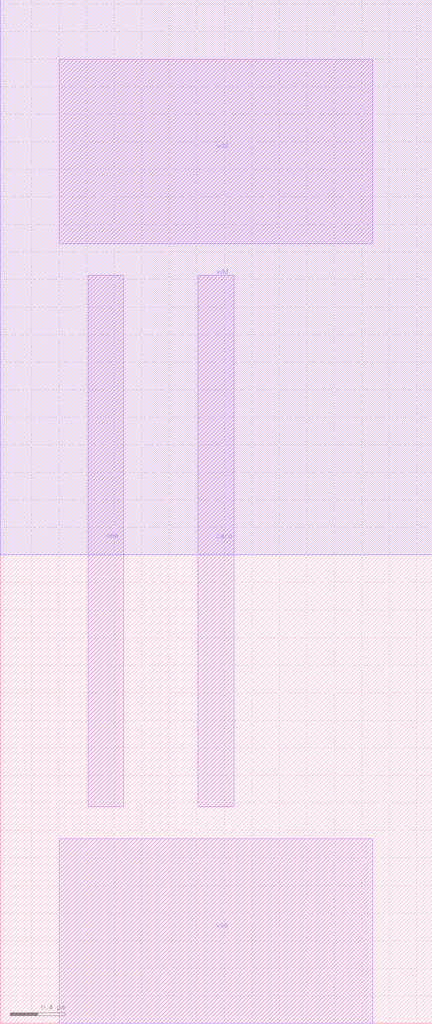
<source format=lef>
VERSION 5.7 ;
  NOWIREEXTENSIONATPIN ON ;
  DIVIDERCHAR "/" ;
  BUSBITCHARS "[]" ;
MACRO zeroone_x1
  CLASS BLOCK ;
  FOREIGN zeroone_x1 ;
  ORIGIN 0.430 0.000 ;
  SIZE 3.140 BY 7.430 ;
  PIN vss
    ANTENNADIFFAREA 1.399800 ;
    PORT
      LAYER Metal1 ;
        RECT 0.000 0.000 2.280 1.340 ;
    END
  END vss
  PIN one
    ANTENNAGATEAREA 0.432600 ;
    ANTENNADIFFAREA 0.767800 ;
    PORT
      LAYER Metal1 ;
        RECT 0.210 1.570 0.470 5.430 ;
    END
  END one
  PIN vdd
    ANTENNADIFFAREA 1.487800 ;
    PORT
      LAYER Nwell ;
        RECT -0.430 3.400 2.710 7.430 ;
      LAYER Metal1 ;
        RECT 0.000 5.660 2.280 7.000 ;
    END
  END vdd
  PIN zero
    ANTENNAGATEAREA 0.488600 ;
    ANTENNADIFFAREA 0.679800 ;
    PORT
      LAYER Metal1 ;
        RECT 1.010 1.570 1.270 5.430 ;
    END
  END zero
END zeroone_x1
END LIBRARY


</source>
